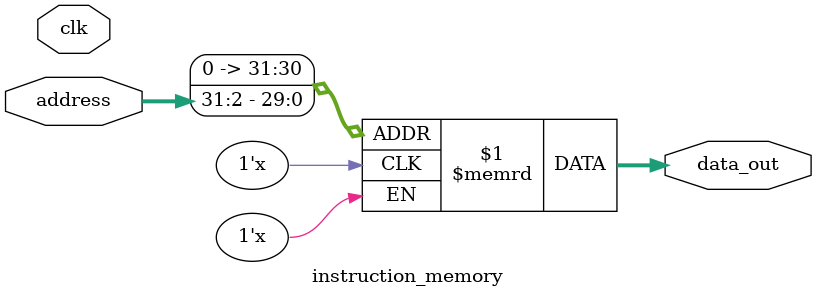
<source format=v>
module instruction_memory (address,data_out,clk);

parameter length = 256;
parameter width = 32;

input clk;
input [31:0]address;
output [31:0]data_out;
reg [width-1:0] mem [length-1:0];

assign data_out = mem [address>>2];

//$readmemh("inst.mem", mem);
endmodule
</source>
